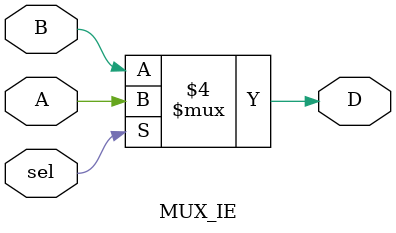
<source format=sv>
module MUX_IE(
input logic sel,
input logic A,
input logic B,
output logic D);
always_comb
begin
	if(sel==1'b1)
		D=A;
	else
		D=B;
end
endmodule
</source>
